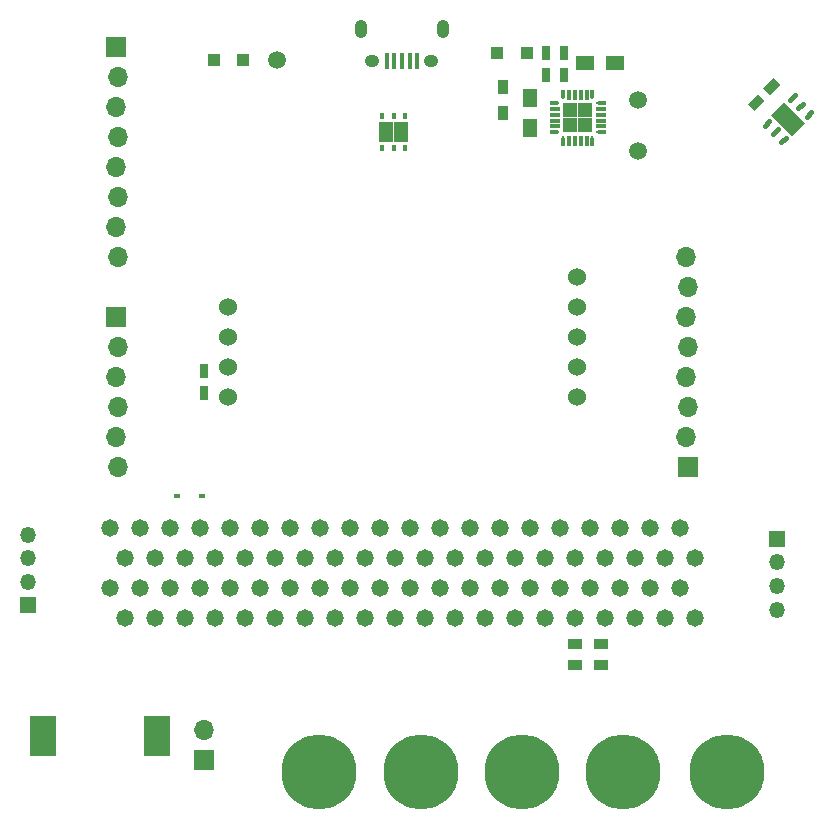
<source format=gts>
G04 #@! TF.FileFunction,Soldermask,Top*
%FSLAX46Y46*%
G04 Gerber Fmt 4.6, Leading zero omitted, Abs format (unit mm)*
G04 Created by KiCad (PCBNEW 4.0.7) date Wed Mar 14 11:03:06 2018*
%MOMM*%
%LPD*%
G01*
G04 APERTURE LIST*
%ADD10C,0.025400*%
%ADD11R,0.450000X0.630000*%
%ADD12R,1.300000X0.850000*%
%ADD13C,1.524000*%
%ADD14C,1.500000*%
%ADD15C,1.473200*%
%ADD16R,1.250000X1.500000*%
%ADD17R,0.750000X1.200000*%
%ADD18R,1.500000X1.250000*%
%ADD19R,1.000000X1.000000*%
%ADD20R,0.900000X1.200000*%
%ADD21R,1.200000X0.900000*%
%ADD22R,2.200000X3.400000*%
%ADD23R,0.300000X0.700000*%
%ADD24R,0.300000X0.850000*%
%ADD25R,0.700000X0.300000*%
%ADD26R,0.850000X0.300000*%
%ADD27R,1.300000X1.300000*%
%ADD28C,0.300000*%
%ADD29R,1.700000X1.700000*%
%ADD30O,1.700000X1.700000*%
%ADD31C,6.350000*%
%ADD32R,0.400000X1.350000*%
%ADD33O,1.250000X1.054100*%
%ADD34O,1.054100X1.550000*%
%ADD35R,0.600000X0.450000*%
%ADD36R,1.350000X1.350000*%
%ADD37O,1.350000X1.350000*%
%ADD38C,0.450000*%
G04 APERTURE END LIST*
D10*
D11*
X130225000Y-78810000D03*
X129275000Y-78810000D03*
X128325000Y-78810000D03*
X128325000Y-81540000D03*
X129275000Y-81540000D03*
X130225000Y-81540000D03*
D12*
X128625000Y-80600000D03*
X129925000Y-80600000D03*
X128625000Y-79750000D03*
X129925000Y-79750000D03*
D13*
X144770000Y-92420000D03*
X115230000Y-94960000D03*
X115230000Y-97500000D03*
X115230000Y-100040000D03*
X115230000Y-102580000D03*
X144770000Y-94960000D03*
X144770000Y-97500000D03*
X144770000Y-100040000D03*
X144770000Y-102580000D03*
D14*
X149947000Y-81748000D03*
D15*
X152225000Y-121310000D03*
X153495000Y-118770000D03*
X154765000Y-121310000D03*
X135715000Y-118770000D03*
X129365000Y-121310000D03*
X131905000Y-121310000D03*
X130635000Y-118770000D03*
X133175000Y-118770000D03*
X134445000Y-121310000D03*
X136985000Y-121310000D03*
X147145000Y-121310000D03*
X145875000Y-118770000D03*
X150955000Y-118770000D03*
X148415000Y-118770000D03*
X149685000Y-121310000D03*
X143335000Y-118770000D03*
X138255000Y-118770000D03*
X140795000Y-118770000D03*
X142065000Y-121310000D03*
X139525000Y-121310000D03*
X144605000Y-121310000D03*
X123015000Y-118770000D03*
X119205000Y-121310000D03*
X120475000Y-118770000D03*
X121745000Y-121310000D03*
X124285000Y-121310000D03*
X128095000Y-118770000D03*
X125555000Y-118770000D03*
X126825000Y-121310000D03*
X111585000Y-121310000D03*
X106505000Y-121310000D03*
X107775000Y-118770000D03*
X110315000Y-118770000D03*
X109045000Y-121310000D03*
X105235000Y-118770000D03*
X114125000Y-121310000D03*
X112855000Y-118770000D03*
X115395000Y-118770000D03*
X117935000Y-118770000D03*
X116665000Y-121310000D03*
X134445000Y-116230000D03*
X135715000Y-113690000D03*
X131905000Y-116230000D03*
X133175000Y-113690000D03*
X130635000Y-113690000D03*
X147145000Y-116230000D03*
X145875000Y-113690000D03*
X148415000Y-113690000D03*
X144605000Y-116230000D03*
X149685000Y-116230000D03*
X143335000Y-113690000D03*
X136985000Y-116230000D03*
X138255000Y-113690000D03*
X140795000Y-113690000D03*
X142065000Y-116230000D03*
X139525000Y-116230000D03*
X150955000Y-113690000D03*
X152225000Y-116230000D03*
X153495000Y-113690000D03*
X154765000Y-116230000D03*
X114125000Y-116230000D03*
X112855000Y-113690000D03*
X115395000Y-113690000D03*
X111585000Y-116230000D03*
X116665000Y-116230000D03*
X123015000Y-113690000D03*
X121745000Y-116230000D03*
X120475000Y-113690000D03*
X119205000Y-116230000D03*
X117935000Y-113690000D03*
X126825000Y-116230000D03*
X128095000Y-113690000D03*
X125555000Y-113690000D03*
X124285000Y-116230000D03*
X129365000Y-116230000D03*
X110315000Y-113690000D03*
X105235000Y-113690000D03*
X106505000Y-116230000D03*
X107775000Y-113690000D03*
X109045000Y-116230000D03*
D16*
X140803000Y-77323001D03*
X140803000Y-79823001D03*
D17*
X142174601Y-75332000D03*
X142174601Y-73432000D03*
D18*
X145496602Y-74331200D03*
X147996602Y-74331200D03*
D17*
X143673202Y-75332000D03*
X143673202Y-73432000D03*
X113207600Y-102290400D03*
X113207600Y-100390400D03*
D10*
G36*
X159771763Y-78348994D02*
X159241433Y-77818664D01*
X160089961Y-76970136D01*
X160620291Y-77500466D01*
X159771763Y-78348994D01*
X159771763Y-78348994D01*
G37*
G36*
X161115265Y-77005492D02*
X160584935Y-76475162D01*
X161433463Y-75626634D01*
X161963793Y-76156964D01*
X161115265Y-77005492D01*
X161115265Y-77005492D01*
G37*
D19*
X138029000Y-73493000D03*
X140529000Y-73493000D03*
D20*
X138516999Y-78530000D03*
X138516999Y-76330000D03*
D21*
X144650000Y-125250000D03*
X146850000Y-125250000D03*
X144650000Y-123500000D03*
X146850000Y-123500000D03*
D19*
X114022500Y-74024500D03*
X116522500Y-74024500D03*
D22*
X99594000Y-131318000D03*
X109194000Y-131318000D03*
D14*
X119380000Y-74037200D03*
X149947000Y-77430000D03*
D23*
X146102000Y-76914001D03*
D24*
X145602000Y-76989001D03*
X145102000Y-76989001D03*
X144602000Y-76989001D03*
X144102000Y-76989001D03*
D23*
X143602000Y-76914001D03*
D25*
X142827000Y-77689001D03*
D26*
X142902000Y-78189001D03*
X142902000Y-78689001D03*
X142902000Y-79189001D03*
X142902000Y-79689001D03*
D25*
X142827000Y-80189001D03*
D23*
X143602000Y-80964001D03*
D24*
X144102000Y-80889001D03*
X144602000Y-80889001D03*
X145102000Y-80889001D03*
X145602000Y-80889001D03*
D23*
X146102000Y-80964001D03*
D25*
X146877000Y-80189001D03*
D26*
X146802000Y-79689001D03*
X146802000Y-79189001D03*
X146802000Y-78689001D03*
X146802000Y-78189001D03*
D25*
X146877000Y-77689001D03*
D27*
X144202000Y-79589001D03*
X145502000Y-79589001D03*
X144202000Y-78289001D03*
X145502000Y-78289001D03*
D28*
X146527000Y-80189001D03*
X146102000Y-80614001D03*
X143602000Y-80614001D03*
X143177000Y-80189001D03*
X143602000Y-77264001D03*
X143177000Y-77689001D03*
X146527000Y-77689001D03*
X146102000Y-77264001D03*
D29*
X113250000Y-133290000D03*
D30*
X113250000Y-130750000D03*
D31*
X122976000Y-134326000D03*
X131548500Y-134326000D03*
X140121000Y-134326000D03*
X157520000Y-134326000D03*
X148693500Y-134326000D03*
D32*
X131275000Y-74150000D03*
X130625000Y-74150000D03*
X129975000Y-74150000D03*
X129325000Y-74150000D03*
X128675000Y-74150000D03*
D33*
X132475000Y-74150000D03*
X127475000Y-74150000D03*
D34*
X133475000Y-71450000D03*
X126475000Y-71450000D03*
D35*
X110950000Y-111000000D03*
X113050000Y-111000000D03*
D36*
X98300000Y-120248000D03*
D37*
X98300000Y-118248000D03*
X98300000Y-116248000D03*
X98300000Y-114248000D03*
D36*
X161700000Y-114600000D03*
D37*
X161700000Y-116600000D03*
X161700000Y-118600000D03*
X161700000Y-120600000D03*
D38*
X164643728Y-78483346D02*
X164254820Y-78872254D01*
D10*
G36*
X162345631Y-77599462D02*
X164113398Y-79367229D01*
X162982027Y-80498600D01*
X161214260Y-78730833D01*
X162345631Y-77599462D01*
X162345631Y-77599462D01*
G37*
D38*
X162487052Y-80640022D02*
X162098144Y-81028930D01*
X163936621Y-77776239D02*
X163547713Y-78165147D01*
X161779945Y-79932915D02*
X161391037Y-80321823D01*
X163229514Y-77069132D02*
X162840606Y-77458040D01*
X161072838Y-79225808D02*
X160683930Y-79614716D01*
D29*
X154193500Y-108545000D03*
D30*
X154066500Y-106005000D03*
X154193500Y-103465000D03*
X154066500Y-100925000D03*
X154193500Y-98385000D03*
X154066500Y-95845000D03*
X154193500Y-93305000D03*
X154066500Y-90765000D03*
D29*
X105806500Y-72985000D03*
D30*
X105933500Y-75525000D03*
X105806500Y-78065000D03*
X105933500Y-80605000D03*
X105806500Y-83145000D03*
X105933500Y-85685000D03*
X105806500Y-88225000D03*
X105933500Y-90765000D03*
D29*
X105806500Y-95844999D03*
D30*
X105933500Y-98384999D03*
X105806500Y-100924999D03*
X105933500Y-103464999D03*
X105806500Y-106004999D03*
X105933500Y-108544999D03*
M02*

</source>
